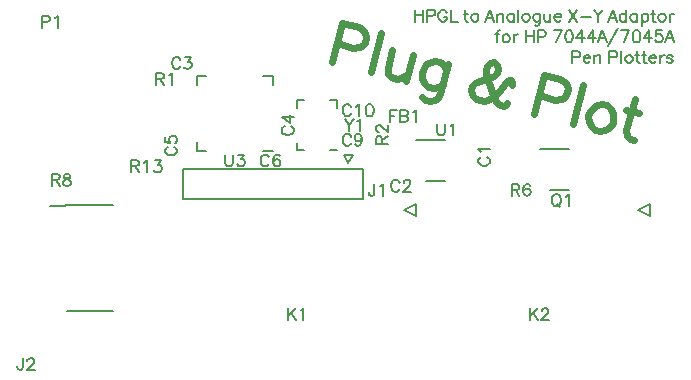
<source format=gto>
%FSLAX46Y46*%
%MOMM*%
%ADD10C,0.150000*%
%ADD11C,0.600000*%
G01*
G01*
%LPD*%
D10*
X14504046Y19124526D02*
X14599284Y19172144D01*
D10*
X14408808Y19029288D02*
X14504046Y19124526D01*
D10*
X14361188Y18934050D02*
X14408808Y19029288D01*
D10*
X14361188Y18743574D02*
X14361188Y18934050D01*
D10*
X14408808Y18648336D02*
X14361188Y18743574D01*
D10*
X14504046Y18553098D02*
X14408808Y18648336D01*
D10*
X14599284Y18505478D02*
X14504046Y18553098D01*
D10*
X14742141Y18457860D02*
X14599284Y18505478D01*
D10*
X14980236Y18457860D02*
X14742141Y18457860D01*
D10*
X15123093Y18505478D02*
X14980236Y18457860D01*
D10*
X15218331Y18553098D02*
X15123093Y18505478D01*
D10*
X15313569Y18648336D02*
X15218331Y18553098D01*
D10*
X15361188Y18743574D02*
X15313569Y18648336D01*
D10*
X15361188Y18934050D02*
X15361188Y18743574D01*
D10*
X15313569Y19029288D02*
X15361188Y18934050D01*
D10*
X15218331Y19124526D02*
X15313569Y19029288D01*
D10*
X15123093Y19172144D02*
X15218331Y19124526D01*
D10*
X14361188Y19553098D02*
X14361188Y20029288D01*
D10*
X14789760Y19505478D02*
X14361188Y19553098D01*
D10*
X14742141Y19553098D02*
X14789760Y19505478D01*
D10*
X14694522Y19695954D02*
X14742141Y19553098D01*
D10*
X14694522Y19838812D02*
X14694522Y19695954D01*
D10*
X14742141Y19981668D02*
X14694522Y19838812D01*
D10*
X14837379Y20076906D02*
X14742141Y19981668D01*
D10*
X14980236Y20124526D02*
X14837379Y20076906D01*
D10*
X15075474Y20124526D02*
X14980236Y20124526D01*
D10*
X15218331Y20076906D02*
X15075474Y20124526D01*
D10*
X15313569Y19981668D02*
X15218331Y20076906D01*
D10*
X15361188Y19838812D02*
X15313569Y19981668D01*
D10*
X15361188Y19695954D02*
X15361188Y19838812D01*
D10*
X15313569Y19553098D02*
X15361188Y19695954D01*
D10*
X15265950Y19505478D02*
X15313569Y19553098D01*
D10*
X15170712Y19457860D02*
X15265950Y19505478D01*
D10*
X33226190Y19440476D02*
X32226190Y19440476D01*
D10*
X32226190Y19869048D02*
X32226190Y19440476D01*
D10*
X32273810Y20011904D02*
X32226190Y19869048D01*
D10*
X32321428Y20059524D02*
X32273810Y20011904D01*
D10*
X32416666Y20107142D02*
X32321428Y20059524D01*
D10*
X32511904Y20107142D02*
X32416666Y20107142D01*
D10*
X32607142Y20059524D02*
X32511904Y20107142D01*
D10*
X32654762Y20011904D02*
X32607142Y20059524D01*
D10*
X32702380Y19869048D02*
X32654762Y20011904D01*
D10*
X32702380Y19440476D02*
X32702380Y19869048D01*
D10*
X33226190Y20107142D02*
X32702380Y19773810D01*
D10*
X32416666Y20440476D02*
X32464286Y20440476D01*
D10*
X32321428Y20488096D02*
X32416666Y20440476D01*
D10*
X32273810Y20535714D02*
X32321428Y20488096D01*
D10*
X32226190Y20630952D02*
X32273810Y20535714D01*
D10*
X32226190Y20821428D02*
X32226190Y20630952D01*
D10*
X32273810Y20916666D02*
X32226190Y20821428D01*
D10*
X32321428Y20964286D02*
X32273810Y20916666D01*
D10*
X32416666Y21011904D02*
X32321428Y20964286D01*
D10*
X32511904Y21011904D02*
X32416666Y21011904D01*
D10*
X32607142Y20964286D02*
X32511904Y21011904D01*
D10*
X32750000Y20869048D02*
X32607142Y20964286D01*
D10*
X33226190Y20392858D02*
X32750000Y20869048D01*
D10*
X33226190Y21059524D02*
X33226190Y20392858D01*
D10*
X24738096Y4523809D02*
X24738096Y5523809D01*
D10*
X24738096Y4857143D02*
X25404762Y5523809D01*
D10*
X25404762Y4523809D02*
X24976190Y5095238D01*
D10*
X25928572Y5380952D02*
X25833334Y5333333D01*
D10*
X26071428Y5523809D02*
X25928572Y5380952D01*
D10*
X26071428Y4523809D02*
X26071428Y5523809D01*
D10*
X35500000Y29773810D02*
X35500000Y30773810D01*
D10*
X36166668Y29773810D02*
X36166668Y30773810D01*
D10*
X36166668Y30297620D02*
X35500000Y30297620D01*
D10*
X36547620Y29773810D02*
X36547620Y30773810D01*
D10*
X36976192Y30773810D02*
X36547620Y30773810D01*
D10*
X37119048Y30726190D02*
X36976192Y30773810D01*
D10*
X37166664Y30678572D02*
X37119048Y30726190D01*
D10*
X37214288Y30583334D02*
X37166664Y30678572D01*
D10*
X37214288Y30440476D02*
X37214288Y30583334D01*
D10*
X37166664Y30345238D02*
X37214288Y30440476D01*
D10*
X37119048Y30297620D02*
X37166664Y30345238D01*
D10*
X36976192Y30250000D02*
X37119048Y30297620D01*
D10*
X36547620Y30250000D02*
X36976192Y30250000D01*
D10*
X38166664Y30630952D02*
X38214288Y30535714D01*
D10*
X38071428Y30726190D02*
X38166664Y30630952D01*
D10*
X37976192Y30773810D02*
X38071428Y30726190D01*
D10*
X37785712Y30773810D02*
X37976192Y30773810D01*
D10*
X37690476Y30726190D02*
X37785712Y30773810D01*
D10*
X37595240Y30630952D02*
X37690476Y30726190D01*
D10*
X37547620Y30535714D02*
X37595240Y30630952D01*
D10*
X37500000Y30392858D02*
X37547620Y30535714D01*
D10*
X37500000Y30154762D02*
X37500000Y30392858D01*
D10*
X37547620Y30011904D02*
X37500000Y30154762D01*
D10*
X37595240Y29916666D02*
X37547620Y30011904D01*
D10*
X37690476Y29821428D02*
X37595240Y29916666D01*
D10*
X37785712Y29773810D02*
X37690476Y29821428D01*
D10*
X37976192Y29773810D02*
X37785712Y29773810D01*
D10*
X38071428Y29821428D02*
X37976192Y29773810D01*
D10*
X38166664Y29916666D02*
X38071428Y29821428D01*
D10*
X38214288Y30011904D02*
X38166664Y29916666D01*
D10*
X38214288Y30154762D02*
X38214288Y30011904D01*
D10*
X38214288Y30154762D02*
X37976192Y30154762D01*
D10*
X38547620Y29773810D02*
X38547620Y30773810D01*
D10*
X39119048Y29773810D02*
X38547620Y29773810D01*
D10*
X39785712Y29964286D02*
X39785712Y30773810D01*
D10*
X39833336Y29821428D02*
X39785712Y29964286D01*
D10*
X39928572Y29773810D02*
X39833336Y29821428D01*
D10*
X40023808Y29773810D02*
X39928572Y29773810D01*
D10*
X39976192Y30440476D02*
X39642856Y30440476D01*
D10*
X40404760Y30392858D02*
X40500000Y30440476D01*
D10*
X40309524Y30297620D02*
X40404760Y30392858D01*
D10*
X40261904Y30154762D02*
X40309524Y30297620D01*
D10*
X40261904Y30059524D02*
X40261904Y30154762D01*
D10*
X40309524Y29916666D02*
X40261904Y30059524D01*
D10*
X40404760Y29821428D02*
X40309524Y29916666D01*
D10*
X40500000Y29773810D02*
X40404760Y29821428D01*
D10*
X40642856Y29773810D02*
X40500000Y29773810D01*
D10*
X40738096Y29821428D02*
X40642856Y29773810D01*
D10*
X40833336Y29916666D02*
X40738096Y29821428D01*
D10*
X40880952Y30059524D02*
X40833336Y29916666D01*
D10*
X40880952Y30154762D02*
X40880952Y30059524D01*
D10*
X40833336Y30297620D02*
X40880952Y30154762D01*
D10*
X40738096Y30392858D02*
X40833336Y30297620D01*
D10*
X40642856Y30440476D02*
X40738096Y30392858D01*
D10*
X40500000Y30440476D02*
X40642856Y30440476D01*
D10*
X41452380Y29773810D02*
X41833336Y30773810D01*
D10*
X42214288Y29773810D02*
X41833336Y30773810D01*
D10*
X42071428Y30107142D02*
X41595240Y30107142D01*
D10*
X42452380Y29773810D02*
X42452380Y30440476D01*
D10*
X42595240Y30392858D02*
X42452380Y30250000D01*
D10*
X42690476Y30440476D02*
X42595240Y30392858D01*
D10*
X42833336Y30440476D02*
X42690476Y30440476D01*
D10*
X42928572Y30392858D02*
X42833336Y30440476D01*
D10*
X42976192Y30250000D02*
X42928572Y30392858D01*
D10*
X42976192Y29773810D02*
X42976192Y30250000D01*
D10*
X43880952Y29773810D02*
X43880952Y30440476D01*
D10*
X43785712Y30392858D02*
X43880952Y30297620D01*
D10*
X43690476Y30440476D02*
X43785712Y30392858D01*
D10*
X43547620Y30440476D02*
X43690476Y30440476D01*
D10*
X43452380Y30392858D02*
X43547620Y30440476D01*
D10*
X43357144Y30297620D02*
X43452380Y30392858D01*
D10*
X43309524Y30154762D02*
X43357144Y30297620D01*
D10*
X43309524Y30059524D02*
X43309524Y30154762D01*
D10*
X43357144Y29916666D02*
X43309524Y30059524D01*
D10*
X43452380Y29821428D02*
X43357144Y29916666D01*
D10*
X43547620Y29773810D02*
X43452380Y29821428D01*
D10*
X43690476Y29773810D02*
X43547620Y29773810D01*
D10*
X43785712Y29821428D02*
X43690476Y29773810D01*
D10*
X43880952Y29916666D02*
X43785712Y29821428D01*
D10*
X44261904Y29773810D02*
X44261904Y30773810D01*
D10*
X44738096Y30392858D02*
X44833336Y30440476D01*
D10*
X44642856Y30297620D02*
X44738096Y30392858D01*
D10*
X44595240Y30154762D02*
X44642856Y30297620D01*
D10*
X44595240Y30059524D02*
X44595240Y30154762D01*
D10*
X44642856Y29916666D02*
X44595240Y30059524D01*
D10*
X44738096Y29821428D02*
X44642856Y29916666D01*
D10*
X44833336Y29773810D02*
X44738096Y29821428D01*
D10*
X44976192Y29773810D02*
X44833336Y29773810D01*
D10*
X45071428Y29821428D02*
X44976192Y29773810D01*
D10*
X45166668Y29916666D02*
X45071428Y29821428D01*
D10*
X45214288Y30059524D02*
X45166668Y29916666D01*
D10*
X45214288Y30154762D02*
X45214288Y30059524D01*
D10*
X45166668Y30297620D02*
X45214288Y30154762D01*
D10*
X45071428Y30392858D02*
X45166668Y30297620D01*
D10*
X44976192Y30440476D02*
X45071428Y30392858D01*
D10*
X44833336Y30440476D02*
X44976192Y30440476D01*
D10*
X46071428Y29678572D02*
X46071428Y30440476D01*
D10*
X46023808Y29535714D02*
X46071428Y29678572D01*
D10*
X45976192Y29488096D02*
X46023808Y29535714D01*
D10*
X45880952Y29440476D02*
X45976192Y29488096D01*
D10*
X45738096Y29440476D02*
X45880952Y29440476D01*
D10*
X45642856Y29488096D02*
X45738096Y29440476D01*
D10*
X45976192Y30392858D02*
X46071428Y30297620D01*
D10*
X45880952Y30440476D02*
X45976192Y30392858D01*
D10*
X45738096Y30440476D02*
X45880952Y30440476D01*
D10*
X45642856Y30392858D02*
X45738096Y30440476D01*
D10*
X45547620Y30297620D02*
X45642856Y30392858D01*
D10*
X45500000Y30154762D02*
X45547620Y30297620D01*
D10*
X45500000Y30059524D02*
X45500000Y30154762D01*
D10*
X45547620Y29916666D02*
X45500000Y30059524D01*
D10*
X45642856Y29821428D02*
X45547620Y29916666D01*
D10*
X45738096Y29773810D02*
X45642856Y29821428D01*
D10*
X45880952Y29773810D02*
X45738096Y29773810D01*
D10*
X45976192Y29821428D02*
X45880952Y29773810D01*
D10*
X46071428Y29916666D02*
X45976192Y29821428D01*
D10*
X46452380Y29964286D02*
X46452380Y30440476D01*
D10*
X46500000Y29821428D02*
X46452380Y29964286D01*
D10*
X46595240Y29773810D02*
X46500000Y29821428D01*
D10*
X46738096Y29773810D02*
X46595240Y29773810D01*
D10*
X46833336Y29821428D02*
X46738096Y29773810D01*
D10*
X46976192Y29964286D02*
X46833336Y29821428D01*
D10*
X46976192Y29773810D02*
X46976192Y30440476D01*
D10*
X47880952Y30154762D02*
X47309524Y30154762D01*
D10*
X47880952Y30250000D02*
X47880952Y30154762D01*
D10*
X47833332Y30345238D02*
X47880952Y30250000D01*
D10*
X47785712Y30392858D02*
X47833332Y30345238D01*
D10*
X47690476Y30440476D02*
X47785712Y30392858D01*
D10*
X47547620Y30440476D02*
X47690476Y30440476D01*
D10*
X47452380Y30392858D02*
X47547620Y30440476D01*
D10*
X47357144Y30297620D02*
X47452380Y30392858D01*
D10*
X47309524Y30154762D02*
X47357144Y30297620D01*
D10*
X47309524Y30059524D02*
X47309524Y30154762D01*
D10*
X47357144Y29916666D02*
X47309524Y30059524D01*
D10*
X47452380Y29821428D02*
X47357144Y29916666D01*
D10*
X47547620Y29773810D02*
X47452380Y29821428D01*
D10*
X47690476Y29773810D02*
X47547620Y29773810D01*
D10*
X47785712Y29821428D02*
X47690476Y29773810D01*
D10*
X47880952Y29916666D02*
X47785712Y29821428D01*
D10*
X49214288Y29773810D02*
X48547620Y30773810D01*
D10*
X48547620Y29773810D02*
X49214288Y30773810D01*
D10*
X50404760Y30202380D02*
X49547620Y30202380D01*
D10*
X51023808Y30297620D02*
X50642856Y30773810D01*
D10*
X51023808Y29773810D02*
X51023808Y30297620D01*
D10*
X51023808Y30297620D02*
X51404760Y30773810D01*
D10*
X51880952Y29773810D02*
X52261904Y30773810D01*
D10*
X52642856Y29773810D02*
X52261904Y30773810D01*
D10*
X52500000Y30107142D02*
X52023808Y30107142D01*
D10*
X53404760Y29773810D02*
X53404760Y30773810D01*
D10*
X53309524Y30392858D02*
X53404760Y30297620D01*
D10*
X53214288Y30440476D02*
X53309524Y30392858D01*
D10*
X53071428Y30440476D02*
X53214288Y30440476D01*
D10*
X52976192Y30392858D02*
X53071428Y30440476D01*
D10*
X52880952Y30297620D02*
X52976192Y30392858D01*
D10*
X52833332Y30154762D02*
X52880952Y30297620D01*
D10*
X52833332Y30059524D02*
X52833332Y30154762D01*
D10*
X52880952Y29916666D02*
X52833332Y30059524D01*
D10*
X52976192Y29821428D02*
X52880952Y29916666D01*
D10*
X53071428Y29773810D02*
X52976192Y29821428D01*
D10*
X53214288Y29773810D02*
X53071428Y29773810D01*
D10*
X53309524Y29821428D02*
X53214288Y29773810D01*
D10*
X53404760Y29916666D02*
X53309524Y29821428D01*
D10*
X54309524Y29773810D02*
X54309524Y30440476D01*
D10*
X54214284Y30392858D02*
X54309524Y30297620D01*
D10*
X54119048Y30440476D02*
X54214284Y30392858D01*
D10*
X53976192Y30440476D02*
X54119048Y30440476D01*
D10*
X53880952Y30392858D02*
X53976192Y30440476D01*
D10*
X53785716Y30297620D02*
X53880952Y30392858D01*
D10*
X53738096Y30154762D02*
X53785716Y30297620D01*
D10*
X53738096Y30059524D02*
X53738096Y30154762D01*
D10*
X53785716Y29916666D02*
X53738096Y30059524D01*
D10*
X53880952Y29821428D02*
X53785716Y29916666D01*
D10*
X53976192Y29773810D02*
X53880952Y29821428D01*
D10*
X54119048Y29773810D02*
X53976192Y29773810D01*
D10*
X54214284Y29821428D02*
X54119048Y29773810D01*
D10*
X54309524Y29916666D02*
X54214284Y29821428D01*
D10*
X54690476Y29440476D02*
X54690476Y30440476D01*
D10*
X54785716Y30392858D02*
X54690476Y30297620D01*
D10*
X54880952Y30440476D02*
X54785716Y30392858D01*
D10*
X55023808Y30440476D02*
X54880952Y30440476D01*
D10*
X55119048Y30392858D02*
X55023808Y30440476D01*
D10*
X55214284Y30297620D02*
X55119048Y30392858D01*
D10*
X55261904Y30154762D02*
X55214284Y30297620D01*
D10*
X55261904Y30059524D02*
X55261904Y30154762D01*
D10*
X55214284Y29916666D02*
X55261904Y30059524D01*
D10*
X55119048Y29821428D02*
X55214284Y29916666D01*
D10*
X55023808Y29773810D02*
X55119048Y29821428D01*
D10*
X54880952Y29773810D02*
X55023808Y29773810D01*
D10*
X54785716Y29821428D02*
X54880952Y29773810D01*
D10*
X54690476Y29916666D02*
X54785716Y29821428D01*
D10*
X55642856Y29964286D02*
X55642856Y30773810D01*
D10*
X55690476Y29821428D02*
X55642856Y29964286D01*
D10*
X55785716Y29773810D02*
X55690476Y29821428D01*
D10*
X55880952Y29773810D02*
X55785716Y29773810D01*
D10*
X55833332Y30440476D02*
X55500000Y30440476D01*
D10*
X56261904Y30392858D02*
X56357144Y30440476D01*
D10*
X56166668Y30297620D02*
X56261904Y30392858D01*
D10*
X56119048Y30154762D02*
X56166668Y30297620D01*
D10*
X56119048Y30059524D02*
X56119048Y30154762D01*
D10*
X56166668Y29916666D02*
X56119048Y30059524D01*
D10*
X56261904Y29821428D02*
X56166668Y29916666D01*
D10*
X56357144Y29773810D02*
X56261904Y29821428D01*
D10*
X56500000Y29773810D02*
X56357144Y29773810D01*
D10*
X56595240Y29821428D02*
X56500000Y29773810D01*
D10*
X56690476Y29916666D02*
X56595240Y29821428D01*
D10*
X56738096Y30059524D02*
X56690476Y29916666D01*
D10*
X56738096Y30154762D02*
X56738096Y30059524D01*
D10*
X56690476Y30297620D02*
X56738096Y30154762D01*
D10*
X56595240Y30392858D02*
X56690476Y30297620D01*
D10*
X56500000Y30440476D02*
X56595240Y30392858D01*
D10*
X56357144Y30440476D02*
X56500000Y30440476D01*
D10*
X57071428Y29773810D02*
X57071428Y30440476D01*
D10*
X57119048Y30297620D02*
X57071428Y30154762D01*
D10*
X57214284Y30392858D02*
X57119048Y30297620D01*
D10*
X57309524Y30440476D02*
X57214284Y30392858D01*
D10*
X57452380Y30440476D02*
X57309524Y30440476D01*
D10*
X37390476Y20434524D02*
X37390476Y21148810D01*
D10*
X37438096Y20291666D02*
X37390476Y20434524D01*
D10*
X37533332Y20196428D02*
X37438096Y20291666D01*
D10*
X37676192Y20148810D02*
X37533332Y20196428D01*
D10*
X37771428Y20148810D02*
X37676192Y20148810D01*
D10*
X37914284Y20196428D02*
X37771428Y20148810D01*
D10*
X38009524Y20291666D02*
X37914284Y20196428D01*
D10*
X38057144Y20434524D02*
X38009524Y20291666D01*
D10*
X38057144Y21148810D02*
X38057144Y20434524D01*
D10*
X38628572Y21005952D02*
X38533332Y20958334D01*
D10*
X38771428Y21148810D02*
X38628572Y21005952D01*
D10*
X38771428Y20148810D02*
X38771428Y21148810D01*
D10*
X43690476Y15023810D02*
X43690476Y16023810D01*
D10*
X44119048Y16023810D02*
X43690476Y16023810D01*
D10*
X44261904Y15976190D02*
X44119048Y16023810D01*
D10*
X44309524Y15928571D02*
X44261904Y15976190D01*
D10*
X44357144Y15833333D02*
X44309524Y15928571D01*
D10*
X44357144Y15738095D02*
X44357144Y15833333D01*
D10*
X44309524Y15642857D02*
X44357144Y15738095D01*
D10*
X44261904Y15595238D02*
X44309524Y15642857D01*
D10*
X44119048Y15547619D02*
X44261904Y15595238D01*
D10*
X43690476Y15547619D02*
X44119048Y15547619D01*
D10*
X44357144Y15023810D02*
X44023808Y15547619D01*
D10*
X45214284Y15976190D02*
X45261904Y15880952D01*
D10*
X45071428Y16023810D02*
X45214284Y15976190D01*
D10*
X44976192Y16023810D02*
X45071428Y16023810D01*
D10*
X44833332Y15976190D02*
X44976192Y16023810D01*
D10*
X44738096Y15833333D02*
X44833332Y15976190D01*
D10*
X44690476Y15595238D02*
X44738096Y15833333D01*
D10*
X44690476Y15357143D02*
X44690476Y15595238D01*
D10*
X44738096Y15166667D02*
X44690476Y15357143D01*
D10*
X44833332Y15071429D02*
X44738096Y15166667D01*
D10*
X44976192Y15023810D02*
X44833332Y15071429D01*
D10*
X45023808Y15023810D02*
X44976192Y15023810D01*
D10*
X45166668Y15071429D02*
X45023808Y15023810D01*
D10*
X45261904Y15166667D02*
X45166668Y15071429D01*
D10*
X45309524Y15309524D02*
X45261904Y15166667D01*
D10*
X45309524Y15357143D02*
X45309524Y15309524D01*
D10*
X45261904Y15500000D02*
X45309524Y15357143D01*
D10*
X45166668Y15595238D02*
X45261904Y15500000D01*
D10*
X45023808Y15642857D02*
X45166668Y15595238D01*
D10*
X44976192Y15642857D02*
X45023808Y15642857D01*
D10*
X44833332Y15595238D02*
X44976192Y15642857D01*
D10*
X44738096Y15500000D02*
X44833332Y15595238D01*
D10*
X44690476Y15357143D02*
X44738096Y15500000D01*
D10*
X30059524Y22630952D02*
X30107142Y22535714D01*
D10*
X29964286Y22726190D02*
X30059524Y22630952D01*
D10*
X29869048Y22773810D02*
X29964286Y22726190D01*
D10*
X29678572Y22773810D02*
X29869048Y22773810D01*
D10*
X29583334Y22726190D02*
X29678572Y22773810D01*
D10*
X29488096Y22630952D02*
X29583334Y22726190D01*
D10*
X29440476Y22535714D02*
X29488096Y22630952D01*
D10*
X29392858Y22392858D02*
X29440476Y22535714D01*
D10*
X29392858Y22154762D02*
X29392858Y22392858D01*
D10*
X29440476Y22011904D02*
X29392858Y22154762D01*
D10*
X29488096Y21916666D02*
X29440476Y22011904D01*
D10*
X29583334Y21821428D02*
X29488096Y21916666D01*
D10*
X29678572Y21773810D02*
X29583334Y21821428D01*
D10*
X29869048Y21773810D02*
X29678572Y21773810D01*
D10*
X29964286Y21821428D02*
X29869048Y21773810D01*
D10*
X30059524Y21916666D02*
X29964286Y21821428D01*
D10*
X30107142Y22011904D02*
X30059524Y21916666D01*
D10*
X30630952Y22630952D02*
X30535714Y22583334D01*
D10*
X30773810Y22773810D02*
X30630952Y22630952D01*
D10*
X30773810Y21773810D02*
X30773810Y22773810D01*
D10*
X31488096Y22726190D02*
X31630952Y22773810D01*
D10*
X31392856Y22583334D02*
X31488096Y22726190D01*
D10*
X31345238Y22345238D02*
X31392856Y22583334D01*
D10*
X31345238Y22202380D02*
X31345238Y22345238D01*
D10*
X31392856Y21964286D02*
X31345238Y22202380D01*
D10*
X31488096Y21821428D02*
X31392856Y21964286D01*
D10*
X31630952Y21773810D02*
X31488096Y21821428D01*
D10*
X31726190Y21773810D02*
X31630952Y21773810D01*
D10*
X31869048Y21821428D02*
X31726190Y21773810D01*
D10*
X31964286Y21964286D02*
X31869048Y21821428D01*
D10*
X32011904Y22202380D02*
X31964286Y21964286D01*
D10*
X32011904Y22345238D02*
X32011904Y22202380D01*
D10*
X31964286Y22583334D02*
X32011904Y22345238D01*
D10*
X31869048Y22726190D02*
X31964286Y22583334D01*
D10*
X31726190Y22773810D02*
X31869048Y22726190D01*
D10*
X31630952Y22773810D02*
X31726190Y22773810D01*
D10*
X23107142Y18380952D02*
X23154762Y18285714D01*
D10*
X23011904Y18476190D02*
X23107142Y18380952D01*
D10*
X22916666Y18523810D02*
X23011904Y18476190D01*
D10*
X22726190Y18523810D02*
X22916666Y18523810D01*
D10*
X22630952Y18476190D02*
X22726190Y18523810D01*
D10*
X22535714Y18380952D02*
X22630952Y18476190D01*
D10*
X22488096Y18285714D02*
X22535714Y18380952D01*
D10*
X22440476Y18142858D02*
X22488096Y18285714D01*
D10*
X22440476Y17904762D02*
X22440476Y18142858D01*
D10*
X22488096Y17761904D02*
X22440476Y17904762D01*
D10*
X22535714Y17666666D02*
X22488096Y17761904D01*
D10*
X22630952Y17571428D02*
X22535714Y17666666D01*
D10*
X22726190Y17523810D02*
X22630952Y17571428D01*
D10*
X22916666Y17523810D02*
X22726190Y17523810D01*
D10*
X23011904Y17571428D02*
X22916666Y17523810D01*
D10*
X23107142Y17666666D02*
X23011904Y17571428D01*
D10*
X23154762Y17761904D02*
X23107142Y17666666D01*
D10*
X24011904Y18476190D02*
X24059524Y18380952D01*
D10*
X23869048Y18523810D02*
X24011904Y18476190D01*
D10*
X23773810Y18523810D02*
X23869048Y18523810D01*
D10*
X23630952Y18476190D02*
X23773810Y18523810D01*
D10*
X23535714Y18333334D02*
X23630952Y18476190D01*
D10*
X23488096Y18095238D02*
X23535714Y18333334D01*
D10*
X23488096Y17857142D02*
X23488096Y18095238D01*
D10*
X23535714Y17666666D02*
X23488096Y17857142D01*
D10*
X23630952Y17571428D02*
X23535714Y17666666D01*
D10*
X23773810Y17523810D02*
X23630952Y17571428D01*
D10*
X23821428Y17523810D02*
X23773810Y17523810D01*
D10*
X23964286Y17571428D02*
X23821428Y17523810D01*
D10*
X24059524Y17666666D02*
X23964286Y17571428D01*
D10*
X24107142Y17809524D02*
X24059524Y17666666D01*
D10*
X24107142Y17857142D02*
X24107142Y17809524D01*
D10*
X24059524Y18000000D02*
X24107142Y17857142D01*
D10*
X23964286Y18095238D02*
X24059524Y18000000D01*
D10*
X23821428Y18142858D02*
X23964286Y18095238D01*
D10*
X23773810Y18142858D02*
X23821428Y18142858D01*
D10*
X23630952Y18095238D02*
X23773810Y18142858D01*
D10*
X23535714Y18000000D02*
X23630952Y18095238D01*
D10*
X23488096Y17857142D02*
X23535714Y18000000D01*
D10*
X32071428Y15261905D02*
X32071428Y16023810D01*
D10*
X32023810Y15119048D02*
X32071428Y15261905D01*
D10*
X31976190Y15071429D02*
X32023810Y15119048D01*
D10*
X31880952Y15023810D02*
X31976190Y15071429D01*
D10*
X31785714Y15023810D02*
X31880952Y15023810D01*
D10*
X31690476Y15071429D02*
X31785714Y15023810D01*
D10*
X31642858Y15119048D02*
X31690476Y15071429D01*
D10*
X31595238Y15261905D02*
X31642858Y15119048D01*
D10*
X31595238Y15357143D02*
X31595238Y15261905D01*
D10*
X32642858Y15880952D02*
X32547620Y15833333D01*
D10*
X32785714Y16023810D02*
X32642858Y15880952D01*
D10*
X32785714Y15023810D02*
X32785714Y16023810D01*
D10*
X45238096Y4523809D02*
X45238096Y5523809D01*
D10*
X45238096Y4857143D02*
X45904760Y5523809D01*
D10*
X45904760Y4523809D02*
X45476192Y5095238D01*
D10*
X46238096Y5333333D02*
X46238096Y5285714D01*
D10*
X46285716Y5428571D02*
X46238096Y5333333D01*
D10*
X46333332Y5476190D02*
X46285716Y5428571D01*
D10*
X46428572Y5523809D02*
X46333332Y5476190D01*
D10*
X46619048Y5523809D02*
X46428572Y5523809D01*
D10*
X46714284Y5476190D02*
X46619048Y5523809D01*
D10*
X46761904Y5428571D02*
X46714284Y5476190D01*
D10*
X46809524Y5333333D02*
X46761904Y5428571D01*
D10*
X46809524Y5238095D02*
X46809524Y5333333D01*
D10*
X46761904Y5142857D02*
X46809524Y5238095D01*
D10*
X46666668Y5000000D02*
X46761904Y5142857D01*
D10*
X46190476Y4523809D02*
X46666668Y5000000D01*
D10*
X46857144Y4523809D02*
X46190476Y4523809D01*
D10*
X24369048Y20857142D02*
X24464286Y20904762D01*
D10*
X24273810Y20761904D02*
X24369048Y20857142D01*
D10*
X24226190Y20666666D02*
X24273810Y20761904D01*
D10*
X24226190Y20476190D02*
X24226190Y20666666D01*
D10*
X24273810Y20380952D02*
X24226190Y20476190D01*
D10*
X24369048Y20285714D02*
X24273810Y20380952D01*
D10*
X24464286Y20238096D02*
X24369048Y20285714D01*
D10*
X24607142Y20190476D02*
X24464286Y20238096D01*
D10*
X24845238Y20190476D02*
X24607142Y20190476D01*
D10*
X24988096Y20238096D02*
X24845238Y20190476D01*
D10*
X25083334Y20285714D02*
X24988096Y20238096D01*
D10*
X25178572Y20380952D02*
X25083334Y20285714D01*
D10*
X25226190Y20476190D02*
X25178572Y20380952D01*
D10*
X25226190Y20666666D02*
X25226190Y20476190D01*
D10*
X25178572Y20761904D02*
X25226190Y20666666D01*
D10*
X25083334Y20857142D02*
X25178572Y20761904D01*
D10*
X24988096Y20904762D02*
X25083334Y20857142D01*
D10*
X24892858Y21190476D02*
X24226190Y21666666D01*
D10*
X24892858Y21904762D02*
X24892858Y21190476D01*
D10*
X25226190Y21666666D02*
X24226190Y21666666D01*
D10*
X15607143Y26630952D02*
X15654762Y26535714D01*
D10*
X15511905Y26726190D02*
X15607143Y26630952D01*
D10*
X15416667Y26773810D02*
X15511905Y26726190D01*
D10*
X15226190Y26773810D02*
X15416667Y26773810D01*
D10*
X15130952Y26726190D02*
X15226190Y26773810D01*
D10*
X15035714Y26630952D02*
X15130952Y26726190D01*
D10*
X14988095Y26535714D02*
X15035714Y26630952D01*
D10*
X14940476Y26392858D02*
X14988095Y26535714D01*
D10*
X14940476Y26154762D02*
X14940476Y26392858D01*
D10*
X14988095Y26011904D02*
X14940476Y26154762D01*
D10*
X15035714Y25916666D02*
X14988095Y26011904D01*
D10*
X15130952Y25821428D02*
X15035714Y25916666D01*
D10*
X15226190Y25773810D02*
X15130952Y25821428D01*
D10*
X15416667Y25773810D02*
X15226190Y25773810D01*
D10*
X15511905Y25821428D02*
X15416667Y25773810D01*
D10*
X15607143Y25916666D02*
X15511905Y25821428D01*
D10*
X15654762Y26011904D02*
X15607143Y25916666D01*
D10*
X16559524Y26773810D02*
X16035714Y26773810D01*
D10*
X16273810Y26392858D02*
X16559524Y26773810D01*
D10*
X16416667Y26392858D02*
X16273810Y26392858D01*
D10*
X16511905Y26345238D02*
X16416667Y26392858D01*
D10*
X16559524Y26297620D02*
X16511905Y26345238D01*
D10*
X16607143Y26154762D02*
X16559524Y26297620D01*
D10*
X16607143Y26059524D02*
X16607143Y26154762D01*
D10*
X16559524Y25916666D02*
X16607143Y26059524D01*
D10*
X16464286Y25821428D02*
X16559524Y25916666D01*
D10*
X16321429Y25773810D02*
X16464286Y25821428D01*
D10*
X16178571Y25773810D02*
X16321429Y25773810D01*
D10*
X16035714Y25821428D02*
X16178571Y25773810D01*
D10*
X15988095Y25869048D02*
X16035714Y25821428D01*
D10*
X15940476Y25964286D02*
X15988095Y25869048D01*
D10*
X42595240Y29023810D02*
X42690476Y29023810D01*
D10*
X42500000Y28976190D02*
X42595240Y29023810D01*
D10*
X42452380Y28833334D02*
X42500000Y28976190D01*
D10*
X42452380Y28023810D02*
X42452380Y28833334D01*
D10*
X42642856Y28690476D02*
X42309524Y28690476D01*
D10*
X43071428Y28642858D02*
X43166668Y28690476D01*
D10*
X42976192Y28547620D02*
X43071428Y28642858D01*
D10*
X42928572Y28404762D02*
X42976192Y28547620D01*
D10*
X42928572Y28309524D02*
X42928572Y28404762D01*
D10*
X42976192Y28166666D02*
X42928572Y28309524D01*
D10*
X43071428Y28071428D02*
X42976192Y28166666D01*
D10*
X43166668Y28023810D02*
X43071428Y28071428D01*
D10*
X43309524Y28023810D02*
X43166668Y28023810D01*
D10*
X43404760Y28071428D02*
X43309524Y28023810D01*
D10*
X43500000Y28166666D02*
X43404760Y28071428D01*
D10*
X43547620Y28309524D02*
X43500000Y28166666D01*
D10*
X43547620Y28404762D02*
X43547620Y28309524D01*
D10*
X43500000Y28547620D02*
X43547620Y28404762D01*
D10*
X43404760Y28642858D02*
X43500000Y28547620D01*
D10*
X43309524Y28690476D02*
X43404760Y28642858D01*
D10*
X43166668Y28690476D02*
X43309524Y28690476D01*
D10*
X43880952Y28023810D02*
X43880952Y28690476D01*
D10*
X43928572Y28547620D02*
X43880952Y28404762D01*
D10*
X44023808Y28642858D02*
X43928572Y28547620D01*
D10*
X44119048Y28690476D02*
X44023808Y28642858D01*
D10*
X44261904Y28690476D02*
X44119048Y28690476D01*
D10*
X44880952Y28023810D02*
X44880952Y29023810D01*
D10*
X45547620Y28023810D02*
X45547620Y29023810D01*
D10*
X45547620Y28547620D02*
X44880952Y28547620D01*
D10*
X45928572Y28023810D02*
X45928572Y29023810D01*
D10*
X46357144Y29023810D02*
X45928572Y29023810D01*
D10*
X46500000Y28976190D02*
X46357144Y29023810D01*
D10*
X46547620Y28928572D02*
X46500000Y28976190D01*
D10*
X46595240Y28833334D02*
X46547620Y28928572D01*
D10*
X46595240Y28690476D02*
X46595240Y28833334D01*
D10*
X46547620Y28595238D02*
X46595240Y28690476D01*
D10*
X46500000Y28547620D02*
X46547620Y28595238D01*
D10*
X46357144Y28500000D02*
X46500000Y28547620D01*
D10*
X45928572Y28500000D02*
X46357144Y28500000D01*
D10*
X47452380Y28023810D02*
X47928572Y29023810D01*
D10*
X47928572Y29023810D02*
X47261904Y29023810D01*
D10*
X48357144Y28976190D02*
X48500000Y29023810D01*
D10*
X48261904Y28833334D02*
X48357144Y28976190D01*
D10*
X48214288Y28595238D02*
X48261904Y28833334D01*
D10*
X48214288Y28452380D02*
X48214288Y28595238D01*
D10*
X48261904Y28214286D02*
X48214288Y28452380D01*
D10*
X48357144Y28071428D02*
X48261904Y28214286D01*
D10*
X48500000Y28023810D02*
X48357144Y28071428D01*
D10*
X48595240Y28023810D02*
X48500000Y28023810D01*
D10*
X48738096Y28071428D02*
X48595240Y28023810D01*
D10*
X48833332Y28214286D02*
X48738096Y28071428D01*
D10*
X48880952Y28452380D02*
X48833332Y28214286D01*
D10*
X48880952Y28595238D02*
X48880952Y28452380D01*
D10*
X48833332Y28833334D02*
X48880952Y28595238D01*
D10*
X48738096Y28976190D02*
X48833332Y28833334D01*
D10*
X48595240Y29023810D02*
X48738096Y28976190D01*
D10*
X48500000Y29023810D02*
X48595240Y29023810D01*
D10*
X49166668Y28357142D02*
X49642856Y29023810D01*
D10*
X49880952Y28357142D02*
X49166668Y28357142D01*
D10*
X49642856Y28023810D02*
X49642856Y29023810D01*
D10*
X50119048Y28357142D02*
X50595240Y29023810D01*
D10*
X50833332Y28357142D02*
X50119048Y28357142D01*
D10*
X50595240Y28023810D02*
X50595240Y29023810D01*
D10*
X50976192Y28023810D02*
X51357144Y29023810D01*
D10*
X51738096Y28023810D02*
X51357144Y29023810D01*
D10*
X51595240Y28357142D02*
X51119048Y28357142D01*
D10*
X51880952Y27690476D02*
X52738096Y29214286D01*
D10*
X53166668Y28023810D02*
X53642856Y29023810D01*
D10*
X53642856Y29023810D02*
X52976192Y29023810D01*
D10*
X54071428Y28976190D02*
X54214284Y29023810D01*
D10*
X53976192Y28833334D02*
X54071428Y28976190D01*
D10*
X53928572Y28595238D02*
X53976192Y28833334D01*
D10*
X53928572Y28452380D02*
X53928572Y28595238D01*
D10*
X53976192Y28214286D02*
X53928572Y28452380D01*
D10*
X54071428Y28071428D02*
X53976192Y28214286D01*
D10*
X54214284Y28023810D02*
X54071428Y28071428D01*
D10*
X54309524Y28023810D02*
X54214284Y28023810D01*
D10*
X54452380Y28071428D02*
X54309524Y28023810D01*
D10*
X54547620Y28214286D02*
X54452380Y28071428D01*
D10*
X54595240Y28452380D02*
X54547620Y28214286D01*
D10*
X54595240Y28595238D02*
X54595240Y28452380D01*
D10*
X54547620Y28833334D02*
X54595240Y28595238D01*
D10*
X54452380Y28976190D02*
X54547620Y28833334D01*
D10*
X54309524Y29023810D02*
X54452380Y28976190D01*
D10*
X54214284Y29023810D02*
X54309524Y29023810D01*
D10*
X54880952Y28357142D02*
X55357144Y29023810D01*
D10*
X55595240Y28357142D02*
X54880952Y28357142D01*
D10*
X55357144Y28023810D02*
X55357144Y29023810D01*
D10*
X55928572Y29023810D02*
X56404760Y29023810D01*
D10*
X55880952Y28595238D02*
X55928572Y29023810D01*
D10*
X55928572Y28642858D02*
X55880952Y28595238D01*
D10*
X56071428Y28690476D02*
X55928572Y28642858D01*
D10*
X56214284Y28690476D02*
X56071428Y28690476D01*
D10*
X56357144Y28642858D02*
X56214284Y28690476D01*
D10*
X56452380Y28547620D02*
X56357144Y28642858D01*
D10*
X56500000Y28404762D02*
X56452380Y28547620D01*
D10*
X56500000Y28309524D02*
X56500000Y28404762D01*
D10*
X56452380Y28166666D02*
X56500000Y28309524D01*
D10*
X56357144Y28071428D02*
X56452380Y28166666D01*
D10*
X56214284Y28023810D02*
X56357144Y28071428D01*
D10*
X56071428Y28023810D02*
X56214284Y28023810D01*
D10*
X55928572Y28071428D02*
X56071428Y28023810D01*
D10*
X55880952Y28119048D02*
X55928572Y28071428D01*
D10*
X55833332Y28214286D02*
X55880952Y28119048D01*
D10*
X56690476Y28023810D02*
X57071428Y29023810D01*
D10*
X57452380Y28023810D02*
X57071428Y29023810D01*
D10*
X57309524Y28357142D02*
X56833332Y28357142D01*
D10*
X30059524Y20130952D02*
X30107142Y20035714D01*
D10*
X29964286Y20226190D02*
X30059524Y20130952D01*
D10*
X29869048Y20273810D02*
X29964286Y20226190D01*
D10*
X29678572Y20273810D02*
X29869048Y20273810D01*
D10*
X29583334Y20226190D02*
X29678572Y20273810D01*
D10*
X29488096Y20130952D02*
X29583334Y20226190D01*
D10*
X29440476Y20035714D02*
X29488096Y20130952D01*
D10*
X29392858Y19892858D02*
X29440476Y20035714D01*
D10*
X29392858Y19654762D02*
X29392858Y19892858D01*
D10*
X29440476Y19511904D02*
X29392858Y19654762D01*
D10*
X29488096Y19416666D02*
X29440476Y19511904D01*
D10*
X29583334Y19321428D02*
X29488096Y19416666D01*
D10*
X29678572Y19273810D02*
X29583334Y19321428D01*
D10*
X29869048Y19273810D02*
X29678572Y19273810D01*
D10*
X29964286Y19321428D02*
X29869048Y19273810D01*
D10*
X30059524Y19416666D02*
X29964286Y19321428D01*
D10*
X30107142Y19511904D02*
X30059524Y19416666D01*
D10*
X30964286Y19797620D02*
X31011904Y19940476D01*
D10*
X30869048Y19702380D02*
X30964286Y19797620D01*
D10*
X30726190Y19654762D02*
X30869048Y19702380D01*
D10*
X30678572Y19654762D02*
X30726190Y19654762D01*
D10*
X30535714Y19702380D02*
X30678572Y19654762D01*
D10*
X30440476Y19797620D02*
X30535714Y19702380D01*
D10*
X30392858Y19940476D02*
X30440476Y19797620D01*
D10*
X30392858Y19988096D02*
X30392858Y19940476D01*
D10*
X30440476Y20130952D02*
X30392858Y19988096D01*
D10*
X30535714Y20226190D02*
X30440476Y20130952D01*
D10*
X30678572Y20273810D02*
X30535714Y20226190D01*
D10*
X30726190Y20273810D02*
X30678572Y20273810D01*
D10*
X30869048Y20226190D02*
X30726190Y20273810D01*
D10*
X30964286Y20130952D02*
X30869048Y20226190D01*
D10*
X31011904Y19940476D02*
X30964286Y20130952D01*
D10*
X31011904Y19702380D02*
X31011904Y19940476D01*
D10*
X30964286Y19464286D02*
X31011904Y19702380D01*
D10*
X30869048Y19321428D02*
X30964286Y19464286D01*
D10*
X30726190Y19273810D02*
X30869048Y19321428D01*
D10*
X30630952Y19273810D02*
X30726190Y19273810D01*
D10*
X30488096Y19321428D02*
X30630952Y19273810D01*
D10*
X30440476Y19416666D02*
X30488096Y19321428D01*
D11*
X28481424Y26372142D02*
X29332828Y29663814D01*
D11*
X30743544Y29298928D02*
X29332828Y29663814D01*
D11*
X31173240Y29020552D02*
X30743544Y29298928D01*
D11*
X31289444Y28823262D02*
X31173240Y29020552D01*
D11*
X31365104Y28469226D02*
X31289444Y28823262D01*
D11*
X31243476Y27998988D02*
X31365104Y28469226D01*
D11*
X31005644Y27726038D02*
X31243476Y27998988D01*
D11*
X30808352Y27609834D02*
X31005644Y27726038D01*
D11*
X30297572Y27574718D02*
X30808352Y27609834D01*
D11*
X28886856Y27939604D02*
X30297572Y27574718D01*
D11*
X31773098Y25520736D02*
X32624502Y28812410D01*
D11*
X33189240Y25823378D02*
X33594672Y27390842D01*
D11*
X33224356Y25312596D02*
X33189240Y25823378D01*
D11*
X33497306Y25074764D02*
X33224356Y25312596D01*
D11*
X33967544Y24953134D02*
X33497306Y25074764D01*
D11*
X34321584Y25028794D02*
X33967544Y24953134D01*
D11*
X34913448Y25377404D02*
X34321584Y25028794D01*
D11*
X34751280Y24750420D02*
X35318880Y26944868D01*
D11*
X37648368Y23666608D02*
X38297060Y26174550D01*
D11*
X37369996Y23236912D02*
X37648368Y23666608D01*
D11*
X37172708Y23120708D02*
X37369996Y23236912D01*
D11*
X36818672Y23045048D02*
X37172708Y23120708D01*
D11*
X36348432Y23166678D02*
X36818672Y23045048D01*
D11*
X36075480Y23404510D02*
X36348432Y23166678D01*
D11*
X37943024Y26098888D02*
X38175432Y25704312D01*
D11*
X37670076Y26336722D02*
X37943024Y26098888D01*
D11*
X37199836Y26458352D02*
X37670076Y26336722D01*
D11*
X36845800Y26382692D02*
X37199836Y26458352D01*
D11*
X36451224Y26150284D02*
X36845800Y26382692D01*
D11*
X36172848Y25720588D02*
X36451224Y26150284D01*
D11*
X36091760Y25407096D02*
X36172848Y25720588D01*
D11*
X36126876Y24896314D02*
X36091760Y25407096D01*
D11*
X36359284Y24501734D02*
X36126876Y24896314D01*
D11*
X36632232Y24263902D02*
X36359284Y24501734D01*
D11*
X37102472Y24142274D02*
X36632232Y24263902D01*
D11*
X37456508Y24217934D02*
X37102472Y24142274D01*
D11*
X37851088Y24450340D02*
X37456508Y24217934D01*
D11*
X43742640Y24598796D02*
X43702096Y24442050D01*
D11*
X43626436Y24796086D02*
X43742640Y24598796D01*
D11*
X43469688Y24836628D02*
X43626436Y24796086D01*
D11*
X43272400Y24720426D02*
X43469688Y24836628D01*
D11*
X43034568Y24447476D02*
X43272400Y24720426D01*
D11*
X42518360Y23744830D02*
X43034568Y24447476D01*
D11*
X42083240Y23355678D02*
X42518360Y23744830D01*
D11*
X41688660Y23123270D02*
X42083240Y23355678D01*
D11*
X41334624Y23047610D02*
X41688660Y23123270D01*
D11*
X40707640Y23209782D02*
X41334624Y23047610D01*
D11*
X40434688Y23447616D02*
X40707640Y23209782D01*
D11*
X40318484Y23644904D02*
X40434688Y23447616D01*
D11*
X40242824Y23998940D02*
X40318484Y23644904D01*
D11*
X40323912Y24312432D02*
X40242824Y23998940D01*
D11*
X40561744Y24585382D02*
X40323912Y24312432D01*
D11*
X40759032Y24701586D02*
X40561744Y24585382D01*
D11*
X42018432Y25044770D02*
X40759032Y24701586D01*
D11*
X42215720Y25160974D02*
X42018432Y25044770D01*
D11*
X42453552Y25433922D02*
X42215720Y25160974D01*
D11*
X42534640Y25747416D02*
X42453552Y25433922D01*
D11*
X42458976Y26101452D02*
X42534640Y25747416D01*
D11*
X42186028Y26339284D02*
X42458976Y26101452D01*
D11*
X41831992Y26263624D02*
X42186028Y26339284D01*
D11*
X41594160Y25990674D02*
X41831992Y26263624D01*
D11*
X41513072Y25677180D02*
X41594160Y25990674D01*
D11*
X41548192Y25166400D02*
X41513072Y25677180D01*
D11*
X41740056Y24615074D02*
X41548192Y25166400D01*
D11*
X42239984Y23315134D02*
X41740056Y24615074D01*
D11*
X42472392Y22920556D02*
X42239984Y23315134D01*
D11*
X42745340Y22682724D02*
X42472392Y22920556D01*
D11*
X43058832Y22601636D02*
X42745340Y22682724D01*
D11*
X43256124Y22717840D02*
X43058832Y22601636D01*
D11*
X43296664Y22874586D02*
X43256124Y22717840D01*
D11*
X45566776Y21952948D02*
X46418180Y25244620D01*
D11*
X47828896Y24879734D02*
X46418180Y25244620D01*
D11*
X48258592Y24601358D02*
X47828896Y24879734D01*
D11*
X48374796Y24404068D02*
X48258592Y24601358D01*
D11*
X48450456Y24050032D02*
X48374796Y24404068D01*
D11*
X48328828Y23579794D02*
X48450456Y24050032D01*
D11*
X48090992Y23306844D02*
X48328828Y23579794D01*
D11*
X47893704Y23190640D02*
X48090992Y23306844D01*
D11*
X47382920Y23155524D02*
X47893704Y23190640D01*
D11*
X45972204Y23520412D02*
X47382920Y23155524D01*
D11*
X48858448Y21101544D02*
X49709852Y24393216D01*
D11*
X50952972Y22733816D02*
X51307008Y22809476D01*
D11*
X50558392Y22501408D02*
X50952972Y22733816D01*
D11*
X50280016Y22071712D02*
X50558392Y22501408D01*
D11*
X50198932Y21758220D02*
X50280016Y22071712D01*
D11*
X50234048Y21247438D02*
X50198932Y21758220D01*
D11*
X50466456Y20852860D02*
X50234048Y21247438D01*
D11*
X50739404Y20615028D02*
X50466456Y20852860D01*
D11*
X51209644Y20493398D02*
X50739404Y20615028D01*
D11*
X51563680Y20569058D02*
X51209644Y20493398D01*
D11*
X51958256Y20801464D02*
X51563680Y20569058D01*
D11*
X52236632Y21231160D02*
X51958256Y20801464D01*
D11*
X52317720Y21544654D02*
X52236632Y21231160D01*
D11*
X52282600Y22055436D02*
X52317720Y21544654D01*
D11*
X52050196Y22450014D02*
X52282600Y22055436D01*
D11*
X51777244Y22687846D02*
X52050196Y22450014D01*
D11*
X51307008Y22809476D02*
X51777244Y22687846D01*
D11*
X53409516Y20593324D02*
X54098748Y23258012D01*
D11*
X53444636Y20082542D02*
X53409516Y20593324D01*
D11*
X53717584Y19844708D02*
X53444636Y20082542D01*
D11*
X54031076Y19763622D02*
X53717584Y19844708D01*
D11*
X54441932Y21998614D02*
X53344708Y22282416D01*
D10*
X34159524Y16230952D02*
X34207144Y16135714D01*
D10*
X34064284Y16326190D02*
X34159524Y16230952D01*
D10*
X33969048Y16373810D02*
X34064284Y16326190D01*
D10*
X33778572Y16373810D02*
X33969048Y16373810D01*
D10*
X33683332Y16326190D02*
X33778572Y16373810D01*
D10*
X33588096Y16230952D02*
X33683332Y16326190D01*
D10*
X33540476Y16135714D02*
X33588096Y16230952D01*
D10*
X33492858Y15992857D02*
X33540476Y16135714D01*
D10*
X33492858Y15754762D02*
X33492858Y15992857D01*
D10*
X33540476Y15611905D02*
X33492858Y15754762D01*
D10*
X33588096Y15516667D02*
X33540476Y15611905D01*
D10*
X33683332Y15421429D02*
X33588096Y15516667D01*
D10*
X33778572Y15373810D02*
X33683332Y15421429D01*
D10*
X33969048Y15373810D02*
X33778572Y15373810D01*
D10*
X34064284Y15421429D02*
X33969048Y15373810D01*
D10*
X34159524Y15516667D02*
X34064284Y15421429D01*
D10*
X34207144Y15611905D02*
X34159524Y15516667D01*
D10*
X34540476Y16183333D02*
X34540476Y16135714D01*
D10*
X34588096Y16278571D02*
X34540476Y16183333D01*
D10*
X34635716Y16326190D02*
X34588096Y16278571D01*
D10*
X34730952Y16373810D02*
X34635716Y16326190D01*
D10*
X34921428Y16373810D02*
X34730952Y16373810D01*
D10*
X35016668Y16326190D02*
X34921428Y16373810D01*
D10*
X35064284Y16278571D02*
X35016668Y16326190D01*
D10*
X35111904Y16183333D02*
X35064284Y16278571D01*
D10*
X35111904Y16088095D02*
X35111904Y16183333D01*
D10*
X35064284Y15992857D02*
X35111904Y16088095D01*
D10*
X34969048Y15850000D02*
X35064284Y15992857D01*
D10*
X34492856Y15373810D02*
X34969048Y15850000D01*
D10*
X35159524Y15373810D02*
X34492856Y15373810D01*
D10*
X2321428Y511904D02*
X2321428Y1273809D01*
D10*
X2273809Y369047D02*
X2321428Y511904D01*
D10*
X2226190Y321428D02*
X2273809Y369047D01*
D10*
X2130952Y273809D02*
X2226190Y321428D01*
D10*
X2035714Y273809D02*
X2130952Y273809D01*
D10*
X1940476Y321428D02*
X2035714Y273809D01*
D10*
X1892857Y369047D02*
X1940476Y321428D01*
D10*
X1845238Y511904D02*
X1892857Y369047D01*
D10*
X1845238Y607142D02*
X1845238Y511904D01*
D10*
X2702381Y1083333D02*
X2702381Y1035714D01*
D10*
X2750000Y1178571D02*
X2702381Y1083333D01*
D10*
X2797619Y1226190D02*
X2750000Y1178571D01*
D10*
X2892857Y1273809D02*
X2797619Y1226190D01*
D10*
X3083333Y1273809D02*
X2892857Y1273809D01*
D10*
X3178571Y1226190D02*
X3083333Y1273809D01*
D10*
X3226190Y1178571D02*
X3178571Y1226190D01*
D10*
X3273809Y1083333D02*
X3226190Y1178571D01*
D10*
X3273809Y988095D02*
X3273809Y1083333D01*
D10*
X3226190Y892857D02*
X3273809Y988095D01*
D10*
X3130952Y750000D02*
X3226190Y892857D01*
D10*
X2654762Y273809D02*
X3130952Y750000D01*
D10*
X3321428Y273809D02*
X2654762Y273809D01*
D10*
X11490476Y17023810D02*
X11490476Y18023810D01*
D10*
X11919048Y18023810D02*
X11490476Y18023810D01*
D10*
X12061905Y17976190D02*
X11919048Y18023810D01*
D10*
X12109524Y17928572D02*
X12061905Y17976190D01*
D10*
X12157143Y17833334D02*
X12109524Y17928572D01*
D10*
X12157143Y17738096D02*
X12157143Y17833334D01*
D10*
X12109524Y17642858D02*
X12157143Y17738096D01*
D10*
X12061905Y17595238D02*
X12109524Y17642858D01*
D10*
X11919048Y17547620D02*
X12061905Y17595238D01*
D10*
X11490476Y17547620D02*
X11919048Y17547620D01*
D10*
X12157143Y17023810D02*
X11823810Y17547620D01*
D10*
X12680952Y17880952D02*
X12585714Y17833334D01*
D10*
X12823810Y18023810D02*
X12680952Y17880952D01*
D10*
X12823810Y17023810D02*
X12823810Y18023810D01*
D10*
X14014286Y18023810D02*
X13490476Y18023810D01*
D10*
X13728572Y17642858D02*
X14014286Y18023810D01*
D10*
X13871428Y17642858D02*
X13728572Y17642858D01*
D10*
X13966666Y17595238D02*
X13871428Y17642858D01*
D10*
X14014286Y17547620D02*
X13966666Y17595238D01*
D10*
X14061905Y17404762D02*
X14014286Y17547620D01*
D10*
X14061905Y17309524D02*
X14061905Y17404762D01*
D10*
X14014286Y17166666D02*
X14061905Y17309524D01*
D10*
X13919048Y17071428D02*
X14014286Y17166666D01*
D10*
X13776190Y17023810D02*
X13919048Y17071428D01*
D10*
X13633333Y17023810D02*
X13776190Y17023810D01*
D10*
X13490476Y17071428D02*
X13633333Y17023810D01*
D10*
X13442857Y17119048D02*
X13490476Y17071428D01*
D10*
X13395238Y17214286D02*
X13442857Y17119048D01*
D10*
X47283332Y15101190D02*
X47378572Y15148810D01*
D10*
X47188096Y15005952D02*
X47283332Y15101190D01*
D10*
X47140476Y14910714D02*
X47188096Y15005952D01*
D10*
X47092856Y14767857D02*
X47140476Y14910714D01*
D10*
X47092856Y14529762D02*
X47092856Y14767857D01*
D10*
X47140476Y14386905D02*
X47092856Y14529762D01*
D10*
X47188096Y14291667D02*
X47140476Y14386905D01*
D10*
X47283332Y14196429D02*
X47188096Y14291667D01*
D10*
X47378572Y14148810D02*
X47283332Y14196429D01*
D10*
X47569048Y14148810D02*
X47378572Y14148810D01*
D10*
X47664284Y14196429D02*
X47569048Y14148810D01*
D10*
X47759524Y14291667D02*
X47664284Y14196429D01*
D10*
X47807144Y14386905D02*
X47759524Y14291667D01*
D10*
X47854760Y14529762D02*
X47807144Y14386905D01*
D10*
X47854760Y14767857D02*
X47854760Y14529762D01*
D10*
X47807144Y14910714D02*
X47854760Y14767857D01*
D10*
X47759524Y15005952D02*
X47807144Y14910714D01*
D10*
X47664284Y15101190D02*
X47759524Y15005952D01*
D10*
X47569048Y15148810D02*
X47664284Y15101190D01*
D10*
X47378572Y15148810D02*
X47569048Y15148810D01*
D10*
X47807144Y14053571D02*
X47521428Y14339286D01*
D10*
X48378572Y15005952D02*
X48283332Y14958333D01*
D10*
X48521428Y15148810D02*
X48378572Y15005952D01*
D10*
X48521428Y14148810D02*
X48521428Y15148810D01*
D10*
X19440476Y17809524D02*
X19440476Y18523810D01*
D10*
X19488096Y17666666D02*
X19440476Y17809524D01*
D10*
X19583334Y17571428D02*
X19488096Y17666666D01*
D10*
X19726190Y17523810D02*
X19583334Y17571428D01*
D10*
X19821428Y17523810D02*
X19726190Y17523810D01*
D10*
X19964286Y17571428D02*
X19821428Y17523810D01*
D10*
X20059524Y17666666D02*
X19964286Y17571428D01*
D10*
X20107142Y17809524D02*
X20059524Y17666666D01*
D10*
X20107142Y18523810D02*
X20107142Y17809524D01*
D10*
X21059524Y18523810D02*
X20535714Y18523810D01*
D10*
X20773810Y18142858D02*
X21059524Y18523810D01*
D10*
X20916666Y18142858D02*
X20773810Y18142858D01*
D10*
X21011904Y18095238D02*
X20916666Y18142858D01*
D10*
X21059524Y18047620D02*
X21011904Y18095238D01*
D10*
X21107142Y17904762D02*
X21059524Y18047620D01*
D10*
X21107142Y17809524D02*
X21107142Y17904762D01*
D10*
X21059524Y17666666D02*
X21107142Y17809524D01*
D10*
X20964286Y17571428D02*
X21059524Y17666666D01*
D10*
X20821428Y17523810D02*
X20964286Y17571428D01*
D10*
X20678572Y17523810D02*
X20821428Y17523810D01*
D10*
X20535714Y17571428D02*
X20678572Y17523810D01*
D10*
X20488096Y17619048D02*
X20535714Y17571428D01*
D10*
X20440476Y17714286D02*
X20488096Y17619048D01*
D10*
X4765476Y15873810D02*
X4765476Y16873810D01*
D10*
X5194047Y16873810D02*
X4765476Y16873810D01*
D10*
X5336905Y16826190D02*
X5194047Y16873810D01*
D10*
X5384524Y16778572D02*
X5336905Y16826190D01*
D10*
X5432143Y16683333D02*
X5384524Y16778572D01*
D10*
X5432143Y16588095D02*
X5432143Y16683333D01*
D10*
X5384524Y16492857D02*
X5432143Y16588095D01*
D10*
X5336905Y16445238D02*
X5384524Y16492857D01*
D10*
X5194047Y16397619D02*
X5336905Y16445238D01*
D10*
X4765476Y16397619D02*
X5194047Y16397619D01*
D10*
X5432143Y15873810D02*
X5098809Y16397619D01*
D10*
X5813095Y16826190D02*
X5955952Y16873810D01*
D10*
X5765476Y16730952D02*
X5813095Y16826190D01*
D10*
X5765476Y16635714D02*
X5765476Y16730952D01*
D10*
X5813095Y16540476D02*
X5765476Y16635714D01*
D10*
X5908333Y16492857D02*
X5813095Y16540476D01*
D10*
X6098809Y16445238D02*
X5908333Y16492857D01*
D10*
X6241666Y16397619D02*
X6098809Y16445238D01*
D10*
X6336905Y16302381D02*
X6241666Y16397619D01*
D10*
X6384524Y16207143D02*
X6336905Y16302381D01*
D10*
X6384524Y16064286D02*
X6384524Y16207143D01*
D10*
X6336905Y15969048D02*
X6384524Y16064286D01*
D10*
X6289286Y15921429D02*
X6336905Y15969048D01*
D10*
X6146428Y15873810D02*
X6289286Y15921429D01*
D10*
X5955952Y15873810D02*
X6146428Y15873810D01*
D10*
X5813095Y15921429D02*
X5955952Y15873810D01*
D10*
X5765476Y15969048D02*
X5813095Y15921429D01*
D10*
X5717857Y16064286D02*
X5765476Y15969048D01*
D10*
X5717857Y16207143D02*
X5717857Y16064286D01*
D10*
X5765476Y16302381D02*
X5717857Y16207143D01*
D10*
X5860714Y16397619D02*
X5765476Y16302381D01*
D10*
X6003571Y16445238D02*
X5860714Y16397619D01*
D10*
X6194047Y16492857D02*
X6003571Y16445238D01*
D10*
X6289286Y16540476D02*
X6194047Y16492857D01*
D10*
X6336905Y16635714D02*
X6289286Y16540476D01*
D10*
X6336905Y16730952D02*
X6336905Y16635714D01*
D10*
X6289286Y16826190D02*
X6336905Y16730952D01*
D10*
X6146428Y16873810D02*
X6289286Y16826190D01*
D10*
X5955952Y16873810D02*
X6146428Y16873810D01*
D10*
X48833332Y26273810D02*
X48833332Y27273810D01*
D10*
X49261904Y27273810D02*
X48833332Y27273810D01*
D10*
X49404760Y27226190D02*
X49261904Y27273810D01*
D10*
X49452380Y27178572D02*
X49404760Y27226190D01*
D10*
X49500000Y27083334D02*
X49452380Y27178572D01*
D10*
X49500000Y26940476D02*
X49500000Y27083334D01*
D10*
X49452380Y26845238D02*
X49500000Y26940476D01*
D10*
X49404760Y26797620D02*
X49452380Y26845238D01*
D10*
X49261904Y26750000D02*
X49404760Y26797620D01*
D10*
X48833332Y26750000D02*
X49261904Y26750000D01*
D10*
X50357144Y26654762D02*
X49785716Y26654762D01*
D10*
X50357144Y26750000D02*
X50357144Y26654762D01*
D10*
X50309524Y26845238D02*
X50357144Y26750000D01*
D10*
X50261904Y26892858D02*
X50309524Y26845238D01*
D10*
X50166668Y26940476D02*
X50261904Y26892858D01*
D10*
X50023808Y26940476D02*
X50166668Y26940476D01*
D10*
X49928572Y26892858D02*
X50023808Y26940476D01*
D10*
X49833332Y26797620D02*
X49928572Y26892858D01*
D10*
X49785716Y26654762D02*
X49833332Y26797620D01*
D10*
X49785716Y26559524D02*
X49785716Y26654762D01*
D10*
X49833332Y26416666D02*
X49785716Y26559524D01*
D10*
X49928572Y26321428D02*
X49833332Y26416666D01*
D10*
X50023808Y26273810D02*
X49928572Y26321428D01*
D10*
X50166668Y26273810D02*
X50023808Y26273810D01*
D10*
X50261904Y26321428D02*
X50166668Y26273810D01*
D10*
X50357144Y26416666D02*
X50261904Y26321428D01*
D10*
X50690476Y26273810D02*
X50690476Y26940476D01*
D10*
X50833332Y26892858D02*
X50690476Y26750000D01*
D10*
X50928572Y26940476D02*
X50833332Y26892858D01*
D10*
X51071428Y26940476D02*
X50928572Y26940476D01*
D10*
X51166668Y26892858D02*
X51071428Y26940476D01*
D10*
X51214288Y26750000D02*
X51166668Y26892858D01*
D10*
X51214288Y26273810D02*
X51214288Y26750000D01*
D10*
X51976192Y26273810D02*
X51976192Y27273810D01*
D10*
X52404760Y27273810D02*
X51976192Y27273810D01*
D10*
X52547620Y27226190D02*
X52404760Y27273810D01*
D10*
X52595240Y27178572D02*
X52547620Y27226190D01*
D10*
X52642856Y27083334D02*
X52595240Y27178572D01*
D10*
X52642856Y26940476D02*
X52642856Y27083334D01*
D10*
X52595240Y26845238D02*
X52642856Y26940476D01*
D10*
X52547620Y26797620D02*
X52595240Y26845238D01*
D10*
X52404760Y26750000D02*
X52547620Y26797620D01*
D10*
X51976192Y26750000D02*
X52404760Y26750000D01*
D10*
X52976192Y26273810D02*
X52976192Y27273810D01*
D10*
X53452380Y26892858D02*
X53547620Y26940476D01*
D10*
X53357144Y26797620D02*
X53452380Y26892858D01*
D10*
X53309524Y26654762D02*
X53357144Y26797620D01*
D10*
X53309524Y26559524D02*
X53309524Y26654762D01*
D10*
X53357144Y26416666D02*
X53309524Y26559524D01*
D10*
X53452380Y26321428D02*
X53357144Y26416666D01*
D10*
X53547620Y26273810D02*
X53452380Y26321428D01*
D10*
X53690476Y26273810D02*
X53547620Y26273810D01*
D10*
X53785716Y26321428D02*
X53690476Y26273810D01*
D10*
X53880952Y26416666D02*
X53785716Y26321428D01*
D10*
X53928572Y26559524D02*
X53880952Y26416666D01*
D10*
X53928572Y26654762D02*
X53928572Y26559524D01*
D10*
X53880952Y26797620D02*
X53928572Y26654762D01*
D10*
X53785716Y26892858D02*
X53880952Y26797620D01*
D10*
X53690476Y26940476D02*
X53785716Y26892858D01*
D10*
X53547620Y26940476D02*
X53690476Y26940476D01*
D10*
X54309524Y26464286D02*
X54309524Y27273810D01*
D10*
X54357144Y26321428D02*
X54309524Y26464286D01*
D10*
X54452380Y26273810D02*
X54357144Y26321428D01*
D10*
X54547620Y26273810D02*
X54452380Y26273810D01*
D10*
X54500000Y26940476D02*
X54166668Y26940476D01*
D10*
X54880952Y26464286D02*
X54880952Y27273810D01*
D10*
X54928572Y26321428D02*
X54880952Y26464286D01*
D10*
X55023808Y26273810D02*
X54928572Y26321428D01*
D10*
X55119048Y26273810D02*
X55023808Y26273810D01*
D10*
X55071428Y26940476D02*
X54738096Y26940476D01*
D10*
X55928572Y26654762D02*
X55357144Y26654762D01*
D10*
X55928572Y26750000D02*
X55928572Y26654762D01*
D10*
X55880952Y26845238D02*
X55928572Y26750000D01*
D10*
X55833332Y26892858D02*
X55880952Y26845238D01*
D10*
X55738096Y26940476D02*
X55833332Y26892858D01*
D10*
X55595240Y26940476D02*
X55738096Y26940476D01*
D10*
X55500000Y26892858D02*
X55595240Y26940476D01*
D10*
X55404760Y26797620D02*
X55500000Y26892858D01*
D10*
X55357144Y26654762D02*
X55404760Y26797620D01*
D10*
X55357144Y26559524D02*
X55357144Y26654762D01*
D10*
X55404760Y26416666D02*
X55357144Y26559524D01*
D10*
X55500000Y26321428D02*
X55404760Y26416666D01*
D10*
X55595240Y26273810D02*
X55500000Y26321428D01*
D10*
X55738096Y26273810D02*
X55595240Y26273810D01*
D10*
X55833332Y26321428D02*
X55738096Y26273810D01*
D10*
X55928572Y26416666D02*
X55833332Y26321428D01*
D10*
X56261904Y26273810D02*
X56261904Y26940476D01*
D10*
X56309524Y26797620D02*
X56261904Y26654762D01*
D10*
X56404760Y26892858D02*
X56309524Y26797620D01*
D10*
X56500000Y26940476D02*
X56404760Y26892858D01*
D10*
X56642856Y26940476D02*
X56500000Y26940476D01*
D10*
X57309524Y26892858D02*
X57357144Y26797620D01*
D10*
X57166668Y26940476D02*
X57309524Y26892858D01*
D10*
X57023808Y26940476D02*
X57166668Y26940476D01*
D10*
X56880952Y26892858D02*
X57023808Y26940476D01*
D10*
X56833332Y26797620D02*
X56880952Y26892858D01*
D10*
X56880952Y26702380D02*
X56833332Y26797620D01*
D10*
X56976192Y26654762D02*
X56880952Y26702380D01*
D10*
X57214284Y26607142D02*
X56976192Y26654762D01*
D10*
X57309524Y26559524D02*
X57214284Y26607142D01*
D10*
X57357144Y26464286D02*
X57309524Y26559524D01*
D10*
X57357144Y26416666D02*
X57357144Y26464286D01*
D10*
X57309524Y26321428D02*
X57357144Y26416666D01*
D10*
X57166668Y26273810D02*
X57309524Y26321428D01*
D10*
X57023808Y26273810D02*
X57166668Y26273810D01*
D10*
X56880952Y26321428D02*
X57023808Y26273810D01*
D10*
X56833332Y26416666D02*
X56880952Y26321428D01*
D10*
X29928572Y21047620D02*
X29547620Y21523810D01*
D10*
X29928572Y20523810D02*
X29928572Y21047620D01*
D10*
X29928572Y21047620D02*
X30309524Y21523810D01*
D10*
X30738096Y21380952D02*
X30642858Y21333334D01*
D10*
X30880952Y21523810D02*
X30738096Y21380952D01*
D10*
X30880952Y20523810D02*
X30880952Y21523810D01*
D10*
X3940476Y29273810D02*
X3940476Y30273810D01*
D10*
X4369047Y30273810D02*
X3940476Y30273810D01*
D10*
X4511905Y30226190D02*
X4369047Y30273810D01*
D10*
X4559524Y30178572D02*
X4511905Y30226190D01*
D10*
X4607143Y30083334D02*
X4559524Y30178572D01*
D10*
X4607143Y29940476D02*
X4607143Y30083334D01*
D10*
X4559524Y29845238D02*
X4607143Y29940476D01*
D10*
X4511905Y29797620D02*
X4559524Y29845238D01*
D10*
X4369047Y29750000D02*
X4511905Y29797620D01*
D10*
X3940476Y29750000D02*
X4369047Y29750000D01*
D10*
X5130952Y30130952D02*
X5035714Y30083334D01*
D10*
X5273809Y30273810D02*
X5130952Y30130952D01*
D10*
X5273809Y29273810D02*
X5273809Y30273810D01*
D10*
X13613095Y24423810D02*
X13613095Y25423810D01*
D10*
X14041667Y25423810D02*
X13613095Y25423810D01*
D10*
X14184524Y25376190D02*
X14041667Y25423810D01*
D10*
X14232143Y25328572D02*
X14184524Y25376190D01*
D10*
X14279762Y25233334D02*
X14232143Y25328572D01*
D10*
X14279762Y25138096D02*
X14279762Y25233334D01*
D10*
X14232143Y25042858D02*
X14279762Y25138096D01*
D10*
X14184524Y24995238D02*
X14232143Y25042858D01*
D10*
X14041667Y24947620D02*
X14184524Y24995238D01*
D10*
X13613095Y24947620D02*
X14041667Y24947620D01*
D10*
X14279762Y24423810D02*
X13946429Y24947620D01*
D10*
X14803571Y25280952D02*
X14708333Y25233334D01*
D10*
X14946429Y25423810D02*
X14803571Y25280952D01*
D10*
X14946429Y24423810D02*
X14946429Y25423810D01*
D10*
X33380952Y21273810D02*
X33380952Y22273810D01*
D10*
X34000000Y22273810D02*
X33380952Y22273810D01*
D10*
X33761904Y21797620D02*
X33380952Y21797620D01*
D10*
X34238096Y21273810D02*
X34238096Y22273810D01*
D10*
X34666668Y22273810D02*
X34238096Y22273810D01*
D10*
X34809524Y22226190D02*
X34666668Y22273810D01*
D10*
X34857144Y22178572D02*
X34809524Y22226190D01*
D10*
X34904760Y22083334D02*
X34857144Y22178572D01*
D10*
X34904760Y21988096D02*
X34904760Y22083334D01*
D10*
X34857144Y21892858D02*
X34904760Y21988096D01*
D10*
X34809524Y21845238D02*
X34857144Y21892858D01*
D10*
X34666668Y21797620D02*
X34809524Y21845238D01*
D10*
X34666668Y21797620D02*
X34238096Y21797620D01*
D10*
X34809524Y21750000D02*
X34666668Y21797620D01*
D10*
X34857144Y21702380D02*
X34809524Y21750000D01*
D10*
X34904760Y21607142D02*
X34857144Y21702380D01*
D10*
X34904760Y21464286D02*
X34904760Y21607142D01*
D10*
X34857144Y21369048D02*
X34904760Y21464286D01*
D10*
X34809524Y21321428D02*
X34857144Y21369048D01*
D10*
X34666668Y21273810D02*
X34809524Y21321428D01*
D10*
X34238096Y21273810D02*
X34666668Y21273810D01*
D10*
X35428572Y22130952D02*
X35333332Y22083334D01*
D10*
X35571428Y22273810D02*
X35428572Y22130952D01*
D10*
X35571428Y21273810D02*
X35571428Y22273810D01*
D10*
X15880000Y17270000D02*
X31120000Y17270000D01*
D10*
X31120000Y14730000D02*
X15880000Y14730000D01*
D10*
X30225000Y18520000D02*
X29850000Y17770000D01*
D10*
X29850000Y17770000D02*
X29475000Y18520000D01*
D10*
X15880000Y14730000D02*
X15880000Y17270000D01*
D10*
X29475000Y18520000D02*
X30225000Y18520000D01*
D10*
X31120000Y17270000D02*
X31120000Y14730000D01*
D10*
X55370000Y13300000D02*
X55370000Y14300000D01*
D10*
X55370000Y14300000D02*
X54370000Y13800000D01*
D10*
X54370000Y13800000D02*
X55370000Y13300000D01*
D10*
X41019048Y18257142D02*
X41114284Y18304762D01*
D10*
X40923808Y18161904D02*
X41019048Y18257142D01*
D10*
X40876192Y18066666D02*
X40923808Y18161904D01*
D10*
X40876192Y17876190D02*
X40876192Y18066666D01*
D10*
X40923808Y17780952D02*
X40876192Y17876190D01*
D10*
X41019048Y17685714D02*
X40923808Y17780952D01*
D10*
X41114284Y17638096D02*
X41019048Y17685714D01*
D10*
X41257144Y17590476D02*
X41114284Y17638096D01*
D10*
X41495240Y17590476D02*
X41257144Y17590476D01*
D10*
X41638096Y17638096D02*
X41495240Y17590476D01*
D10*
X41733332Y17685714D02*
X41638096Y17638096D01*
D10*
X41828572Y17780952D02*
X41733332Y17685714D01*
D10*
X41876192Y17876190D02*
X41828572Y17780952D01*
D10*
X41876192Y18066666D02*
X41876192Y17876190D01*
D10*
X41828572Y18161904D02*
X41876192Y18066666D01*
D10*
X41733332Y18257142D02*
X41828572Y18161904D01*
D10*
X41638096Y18304762D02*
X41733332Y18257142D01*
D10*
X41019048Y18828572D02*
X41066668Y18733334D01*
D10*
X40876192Y18971428D02*
X41019048Y18828572D01*
D10*
X41876192Y18971428D02*
X40876192Y18971428D01*
D10*
X48550000Y15525000D02*
X46950000Y15525000D01*
D10*
X48550000Y18975000D02*
X46120000Y18975000D01*
D10*
X5900000Y14250000D02*
X9950000Y14250000D01*
D10*
X5900000Y14250000D02*
X5900000Y14150000D01*
D10*
X6050001Y5250000D02*
X9949999Y5250000D01*
D10*
X5900000Y14150000D02*
X4600000Y14150000D01*
D10*
X35620000Y13300000D02*
X35620000Y14300000D01*
D10*
X35620000Y14300000D02*
X34620000Y13800000D01*
D10*
X34620000Y13800000D02*
X35620000Y13300000D01*
D10*
X25550000Y22500000D02*
X25550000Y23100000D01*
D10*
X25550000Y23100000D02*
X26150000Y23100000D01*
D10*
X28350000Y23100000D02*
X28950000Y23100000D01*
D10*
X28950000Y18900000D02*
X28350000Y18900000D01*
D10*
X28950000Y23100000D02*
X28950000Y22500000D01*
D10*
X25550000Y18900000D02*
X25550000Y19500000D01*
D10*
X26150000Y18900000D02*
X25550000Y18900000D01*
D10*
X23462500Y25212500D02*
X23462500Y24425000D01*
D10*
X17037500Y25212500D02*
X17037500Y24425000D01*
D10*
X17037500Y18787500D02*
X17825000Y18787500D01*
D10*
X22675000Y25212500D02*
X23462500Y25212500D01*
D10*
X17825000Y25212500D02*
X17037500Y25212500D01*
D10*
X17037500Y19575000D02*
X17037500Y18787500D01*
D10*
X22675000Y18787500D02*
X23462500Y18787500D01*
D10*
X38050000Y16275000D02*
X36450000Y16275000D01*
D10*
X38050000Y19725000D02*
X35620000Y19725000D01*
G75*
M02*

</source>
